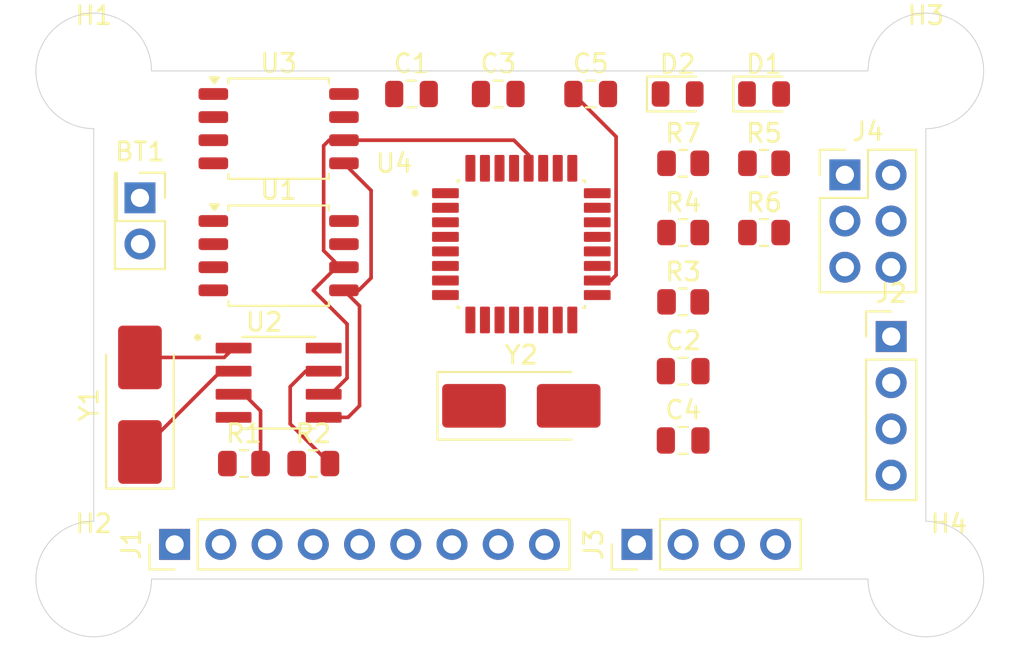
<source format=kicad_pcb>
(kicad_pcb (version 20241229) (generator "pcbnew") (generator_version "9.0")
  (title_block (title "MCU DATALOGGER WITH CLOCK & MEMORY") (date "2025-09-28") (rev "1") (company "CRESENCIO, JESIER S.") (comment 1 "ELECTRONICS ENGINEERING DEPARTMENT ") (comment 2 "COLLEGE OF ENGINEERING") (comment 3 "BSECE 1C") (comment 4 "TECHNOLOGICAL UNIVERSITY OF THE PHILIPPINES"))
  (layers (0 "F.Cu" signal) (2 "B.Cu" signal) (13 "F.Paste" user) (15 "B.Paste" user) (5 "F.SilkS" user "F.Silkscreen") (7 "B.SilkS" user "B.Silkscreen") (1 "F.Mask" user) (3 "B.Mask" user) (25 "Edge.Cuts" user))
  (property "MCU Datalogger" "MCU Datalogger with memory and clock")
  (net 0 "")
  (net 1 "GND")
  (net 2 "Net-(BT1-+)")
  (net 3 "/Vcc")
  (net 4 "Net-(U4-PB6)")
  (net 5 "Net-(U4-PB7)")
  (net 6 "Net-(U4-AREF)")
  (net 7 "Net-(D1-K)")
  (net 8 "/SCK")
  (net 9 "Net-(D2-K)")
  (net 10 "/D3")
  (net 11 "/D5")
  (net 12 "/D2")
  (net 13 "/D6")
  (net 14 "/D8")
  (net 15 "/D4")
  (net 16 "/D7")
  (net 17 "/SDA")
  (net 18 "/RX")
  (net 19 "/TX")
  (net 20 "/RESET")
  (net 21 "/MOSI")
  (net 22 "/MISO")
  (net 23 "Net-(U2-~{INTA})")
  (net 24 "Net-(U2-SQW{slash}~INT)")
  (net 25 "Net-(U2-X1)")
  (net 26 "Net-(U2-X2)")
  (footprint "LED_SMD:LED_0805_2012Metric" (layer "F.Cu") (at 125.73 59.69)
    (property "Reference" "D1" (at 0 -1.65 0) (layer "F.SilkS"))
    (property "Value" "LED")
    (fp_line (start -1.685 -0.96) (end -1.685 0.96) (stroke (width 0.12)) (layer "F.SilkS"))
    (fp_line (start -1.685 0.96) (end 1 0.96) (stroke (width 0.12)) (layer "F.SilkS"))
    (fp_line (start 1 -0.96) (end -1.685 -0.96) (stroke (width 0.12)) (layer "F.SilkS"))
    (pad "1" smd roundrect (at -0.9375 0) (size 0.975 1.4) (layers "F.Cu" "F.Mask" "F.Paste") (net 7 "Net-(D1-K)"))
    (pad "2" smd roundrect (at 0.9375 0) (size 0.975 1.4) (layers "F.Cu" "F.Mask" "F.Paste") (net 8 "/SCK"))
  )
  (footprint "Crystal:Crystal_SMD_5032-2Pin_5.0x3.2mm_HandSoldering" (layer "F.Cu") (at 112.395 76.835)
    (property "Reference" "Y2" (at 0 -2.8 0) (layer "F.SilkS"))
    (property "Value" "16MHz")
    (fp_line (start -4.61 -1.86) (end -4.61 1.86) (stroke (width 0.12)) (layer "F.SilkS"))
    (fp_line (start -4.61 1.86) (end 2.76 1.86) (stroke (width 0.12)) (layer "F.SilkS"))
    (fp_line (start 2.76 -1.86) (end -4.61 -1.86) (stroke (width 0.12)) (layer "F.SilkS"))
    (pad "1" smd roundrect (at -2.6 0) (size 3.5 2.4) (layers "F.Cu" "F.Mask" "F.Paste") (roundrect_rratio 0.104167) (net 5 "Net-(U4-PB7)"))
    (pad "2" smd roundrect (at 2.6 0) (size 3.5 2.4) (layers "F.Cu" "F.Mask" "F.Paste") (roundrect_rratio 0.104167) (net 4 "Net-(U4-PB6)"))
  )
  (footprint "Capacitor_SMD:C_0805_2012Metric" (layer "F.Cu") (at 111.125 59.69)
    (property "Reference" "C3" (at 0 -1.68 0) (layer "F.SilkS"))
    (property "Value" "22pF")
    (fp_line (start -0.261252 -0.735) (end 0.261252 -0.735) (stroke (width 0.12)) (layer "F.SilkS"))
    (fp_line (start -0.261252 0.735) (end 0.261252 0.735) (stroke (width 0.12)) (layer "F.SilkS"))
    (pad "1" smd roundrect (at -0.95 0) (size 1 1.45) (layers "F.Cu" "F.Mask" "F.Paste") (net 5 "Net-(U4-PB7)"))
    (pad "2" smd roundrect (at 0.95 0) (size 1 1.45) (layers "F.Cu" "F.Mask" "F.Paste") (net 1 "GND"))
  )
  (footprint "Capacitor_SMD:C_0805_2012Metric" (layer "F.Cu") (at 106.36 59.69)
    (property "Reference" "C1" (at 0 -1.68 0) (layer "F.SilkS"))
    (property "Value" "0.1uF")
    (fp_line (start -0.261252 -0.735) (end 0.261252 -0.735) (stroke (width 0.12)) (layer "F.SilkS"))
    (fp_line (start -0.261252 0.735) (end 0.261252 0.735) (stroke (width 0.12)) (layer "F.SilkS"))
    (pad "1" smd roundrect (at -0.95 0) (size 1 1.45) (layers "F.Cu" "F.Mask" "F.Paste") (net 3 "/Vcc"))
    (pad "2" smd roundrect (at 0.95 0) (size 1 1.45) (layers "F.Cu" "F.Mask" "F.Paste") (net 1 "GND"))
  )
  (footprint "Resistor_SMD:R_0805_2012Metric" (layer "F.Cu") (at 125.73 67.31)
    (property "Reference" "R6" (at 0 -1.65 0) (layer "F.SilkS"))
    (property "Value" "10K")
    (fp_line (start -0.227064 -0.735) (end 0.227064 -0.735) (stroke (width 0.12)) (layer "F.SilkS"))
    (fp_line (start -0.227064 0.735) (end 0.227064 0.735) (stroke (width 0.12)) (layer "F.SilkS"))
    (pad "1" smd roundrect (at -0.9125 0) (size 1.025 1.4) (layers "F.Cu" "F.Mask" "F.Paste") (roundrect_rratio 0.243902) (net 3 "/Vcc"))
    (pad "2" smd roundrect (at 0.9125 0) (size 1.025 1.4) (layers "F.Cu" "F.Mask" "F.Paste") (roundrect_rratio 0.243902) (net 20 "/RESET"))
  )
  (footprint "FOOTPRINTS:DS13375+" (layer "F.Cu") (at 99.06 75.565)
    (property "Reference" "U2" (at -0.795 -3.332 0) (layer "F.SilkS"))
    (property "Value" "DS1337S_")
    (fp_line (start -2 -2.52) (end 2 -2.52) (stroke (width 0.127)) (layer "F.SilkS"))
    (fp_line (start -2 2.52) (end 2 2.52) (stroke (width 0.127)) (layer "F.SilkS"))
    (fp_circle (center -4.445 -2.495) (end -4.345 -2.495) (stroke (width 0.2)) (fill no) (layer "F.SilkS"))
    (pad "1" smd roundrect (at -2.475 -1.905) (size 1.97 0.59) (layers "F.Cu" "F.Mask" "F.Paste") (roundrect_rratio 0.125) (net 25 "Net-(U2-X1)"))
    (pad "2" smd roundrect (at -2.475 -0.635) (size 1.97 0.59) (layers "F.Cu" "F.Mask" "F.Paste") (roundrect_rratio 0.125) (net 26 "Net-(U2-X2)"))
    (pad "3" smd roundrect (at -2.475 0.635) (size 1.97 0.59) (layers "F.Cu" "F.Mask" "F.Paste") (roundrect_rratio 0.125) (net 23 "Net-(U2-~{INTA})"))
    (pad "4" smd roundrect (at -2.475 1.905) (size 1.97 0.59) (layers "F.Cu" "F.Mask" "F.Paste") (roundrect_rratio 0.125) (net 1 "GND"))
    (pad "5" smd roundrect (at 2.475 1.905) (size 1.97 0.59) (layers "F.Cu" "F.Mask" "F.Paste") (roundrect_rratio 0.125) (net 17 "/SDA"))
    (pad "6" smd roundrect (at 2.475 0.635) (size 1.97 0.59) (layers "F.Cu" "F.Mask" "F.Paste") (roundrect_rratio 0.125) (net 8 "/SCK"))
    (pad "7" smd roundrect (at 2.475 -0.635) (size 1.97 0.59) (layers "F.Cu" "F.Mask" "F.Paste") (roundrect_rratio 0.125) (net 24 "Net-(U2-SQW{slash}~INT)"))
    (pad "8" smd roundrect (at 2.475 -1.905) (size 1.97 0.59) (layers "F.Cu" "F.Mask" "F.Paste") (roundrect_rratio 0.125) (net 3 "/Vcc"))
  )
  (footprint "Connector_PinHeader_2.54mm:PinHeader_2x01_P2.54mm_Vertical" (layer "F.Cu") (at 91.44 65.4 -90)
    (property "Reference" "BT1" (at -2.535 0 0) (layer "F.SilkS"))
    (property "Value" "Battery")
    (fp_line (start -1.38 1.38) (end 3.92 1.38) (stroke (width 0.12)) (layer "F.SilkS"))
    (fp_line (start -1.38 1.27) (end -1.38 1.38) (stroke (width 0.12)) (layer "F.SilkS"))
    (fp_line (start -1.38 1.27) (end 1.27 1.27) (stroke (width 0.12)) (layer "F.SilkS"))
    (fp_line (start 1.27 1.27) (end 1.27 -1.38) (stroke (width 0.12)) (layer "F.SilkS"))
    (fp_line (start -1.38 0) (end -1.38 -1.38) (stroke (width 0.12)) (layer "F.SilkS"))
    (fp_line (start -1.38 -1.38) (end 0 -1.38) (stroke (width 0.12)) (layer "F.SilkS"))
    (fp_line (start 1.27 -1.38) (end 3.92 -1.38) (stroke (width 0.12)) (layer "F.SilkS"))
    (fp_line (start 3.92 -1.38) (end 3.92 1.38) (stroke (width 0.12)) (layer "F.SilkS"))
    (pad "1" thru_hole rect (at 0 0 270) (size 1.7 1.7) (drill 1) (layers "*.Cu" "*.Mask") (net 2 "Net-(BT1-+)"))
    (pad "2" thru_hole circle (at 2.54 0 270) (size 1.7 1.7) (drill 1) (layers "*.Cu" "*.Mask") (net 1 "GND"))
  )
  (footprint "Resistor_SMD:R_0805_2012Metric" (layer "F.Cu") (at 125.73 63.5)
    (property "Reference" "R5" (at 0 -1.65 0) (layer "F.SilkS"))
    (property "Value" "330")
    (fp_line (start -0.227064 -0.735) (end 0.227064 -0.735) (stroke (width 0.12)) (layer "F.SilkS"))
    (fp_line (start -0.227064 0.735) (end 0.227064 0.735) (stroke (width 0.12)) (layer "F.SilkS"))
    (pad "1" smd roundrect (at -0.9125 0) (size 1.025 1.4) (layers "F.Cu" "F.Mask" "F.Paste") (roundrect_rratio 0.243902) (net 1 "GND"))
    (pad "2" smd roundrect (at 0.9125 0) (size 1.025 1.4) (layers "F.Cu" "F.Mask" "F.Paste") (roundrect_rratio 0.243902) (net 7 "Net-(D1-K)"))
  )
  (footprint "Package_SO:SOIC-8_5.3x5.3mm_P1.27mm" (layer "F.Cu") (at 99.06 61.595)
    (property "Reference" "U3" (at 0 -3.6 0) (layer "F.SilkS"))
    (property "Value" "24LC1025")
    (fp_line (start -2.76 -2.76) (end -2.76 -2.49) (stroke (width 0.12)) (layer "F.SilkS"))
    (fp_line (start -2.76 2.76) (end -2.76 2.49) (stroke (width 0.12)) (layer "F.SilkS"))
    (fp_line (start 0 -2.76) (end -2.76 -2.76) (stroke (width 0.12)) (layer "F.SilkS"))
    (fp_line (start 0 -2.76) (end 2.76 -2.76) (stroke (width 0.12)) (layer "F.SilkS"))
    (fp_line (start 0 2.76) (end -2.76 2.76) (stroke (width 0.12)) (layer "F.SilkS"))
    (fp_line (start 0 2.76) (end 2.76 2.76) (stroke (width 0.12)) (layer "F.SilkS"))
    (fp_line (start 2.76 -2.76) (end 2.76 -2.49) (stroke (width 0.12)) (layer "F.SilkS"))
    (fp_line (start 2.76 2.76) (end 2.76 2.49) (stroke (width 0.12)) (layer "F.SilkS"))
    (fp_poly (pts (xy -3.525 -2.49) (xy -3.765 -2.82) (xy -3.285 -2.82)) (stroke (width 0.12)) (fill yes) (layer "F.SilkS"))
    (pad "1" smd roundrect (at -3.5875 -1.905) (size 1.625 0.65) (layers "F.Cu" "F.Mask" "F.Paste") (net 3 "/Vcc"))
    (pad "2" smd roundrect (at -3.5875 -0.635) (size 1.625 0.65) (layers "F.Cu" "F.Mask" "F.Paste") (net 1 "GND"))
    (pad "3" smd roundrect (at -3.5875 0.635) (size 1.625 0.65) (layers "F.Cu" "F.Mask" "F.Paste") (net 3 "/Vcc"))
    (pad "4" smd roundrect (at -3.5875 1.905) (size 1.625 0.65) (layers "F.Cu" "F.Mask" "F.Paste") (net 1 "GND"))
    (pad "5" smd roundrect (at 3.5875 1.905) (size 1.625 0.65) (layers "F.Cu" "F.Mask" "F.Paste") (net 17 "/SDA"))
    (pad "6" smd roundrect (at 3.5875 0.635) (size 1.625 0.65) (layers "F.Cu" "F.Mask" "F.Paste") (net 8 "/SCK"))
    (pad "7" smd roundrect (at 3.5875 -0.635) (size 1.625 0.65) (layers "F.Cu" "F.Mask" "F.Paste") (net 1 "GND"))
    (pad "8" smd roundrect (at 3.5875 -1.905) (size 1.625 0.65) (layers "F.Cu" "F.Mask" "F.Paste") (net 3 "/Vcc"))
  )
  (footprint "Resistor_SMD:R_0805_2012Metric" (layer "F.Cu") (at 121.285 67.31)
    (property "Reference" "R4" (at 0 -1.65 0) (layer "F.SilkS"))
    (property "Value" "4.7K")
    (fp_line (start -0.227064 -0.735) (end 0.227064 -0.735) (stroke (width 0.12)) (layer "F.SilkS"))
    (fp_line (start -0.227064 0.735) (end 0.227064 0.735) (stroke (width 0.12)) (layer "F.SilkS"))
    (pad "1" smd roundrect (at -0.9125 0) (size 1.025 1.4) (layers "F.Cu" "F.Mask" "F.Paste") (roundrect_rratio 0.243902) (net 3 "/Vcc"))
    (pad "2" smd roundrect (at 0.9125 0) (size 1.025 1.4) (layers "F.Cu" "F.Mask" "F.Paste") (roundrect_rratio 0.243902) (net 17 "/SDA"))
  )
  (footprint "MountingHole:MountingHole_2.1mm" (layer "F.Cu") (at 134.62 58.42)
    (property "Reference" "H3" (at 0 -3.05 0) (layer "F.SilkS"))
    (property "Value" "MountingHole")
    (pad "" np_thru_hole circle (at 0 0) (size 2.1 2.1) (drill 2.1) (layers "*.Cu" "*.Mask"))
  )
  (footprint "LED_SMD:LED_0805_2012Metric" (layer "F.Cu") (at 120.9825 59.69)
    (property "Reference" "D2" (at 0 -1.65 0) (layer "F.SilkS"))
    (property "Value" "LED")
    (fp_line (start -1.685 -0.96) (end -1.685 0.96) (stroke (width 0.12)) (layer "F.SilkS"))
    (fp_line (start -1.685 0.96) (end 1 0.96) (stroke (width 0.12)) (layer "F.SilkS"))
    (fp_line (start 1 -0.96) (end -1.685 -0.96) (stroke (width 0.12)) (layer "F.SilkS"))
    (pad "1" smd roundrect (at -0.9375 0) (size 0.975 1.4) (layers "F.Cu" "F.Mask" "F.Paste") (net 9 "Net-(D2-K)"))
    (pad "2" smd roundrect (at 0.9375 0) (size 0.975 1.4) (layers "F.Cu" "F.Mask" "F.Paste") (net 2 "Net-(BT1-+)"))
  )
  (footprint "Package_SO:SOIC-8_5.3x5.3mm_P1.27mm" (layer "F.Cu") (at 99.06 68.58)
    (property "Reference" "U1" (at 0 -3.6 0) (layer "F.SilkS"))
    (property "Value" "24LC1025")
    (fp_line (start -2.76 -2.76) (end -2.76 -2.49) (stroke (width 0.12)) (layer "F.SilkS"))
    (fp_line (start -2.76 2.76) (end -2.76 2.49) (stroke (width 0.12)) (layer "F.SilkS"))
    (fp_line (start 0 -2.76) (end -2.76 -2.76) (stroke (width 0.12)) (layer "F.SilkS"))
    (fp_line (start 0 -2.76) (end 2.76 -2.76) (stroke (width 0.12)) (layer "F.SilkS"))
    (fp_line (start 0 2.76) (end -2.76 2.76) (stroke (width 0.12)) (layer "F.SilkS"))
    (fp_line (start 0 2.76) (end 2.76 2.76) (stroke (width 0.12)) (layer "F.SilkS"))
    (fp_line (start 2.76 -2.76) (end 2.76 -2.49) (stroke (width 0.12)) (layer "F.SilkS"))
    (fp_line (start 2.76 2.76) (end 2.76 2.49) (stroke (width 0.12)) (layer "F.SilkS"))
    (fp_poly (pts (xy -3.525 -2.49) (xy -3.765 -2.82) (xy -3.285 -2.82)) (stroke (width 0.12)) (fill yes) (layer "F.SilkS"))
    (pad "1" smd roundrect (at -3.5875 -1.905) (size 1.625 0.65) (layers "F.Cu" "F.Mask" "F.Paste") (net 3 "/Vcc"))
    (pad "2" smd roundrect (at -3.5875 -0.635) (size 1.625 0.65) (layers "F.Cu" "F.Mask" "F.Paste") (net 3 "/Vcc"))
    (pad "3" smd roundrect (at -3.5875 0.635) (size 1.625 0.65) (layers "F.Cu" "F.Mask" "F.Paste") (net 3 "/Vcc"))
    (pad "4" smd roundrect (at -3.5875 1.905) (size 1.625 0.65) (layers "F.Cu" "F.Mask" "F.Paste") (net 1 "GND"))
    (pad "5" smd roundrect (at 3.5875 1.905) (size 1.625 0.65) (layers "F.Cu" "F.Mask" "F.Paste") (net 17 "/SDA"))
    (pad "6" smd roundrect (at 3.5875 0.635) (size 1.625 0.65) (layers "F.Cu" "F.Mask" "F.Paste") (net 8 "/SCK"))
    (pad "7" smd roundrect (at 3.5875 -0.635) (size 1.625 0.65) (layers "F.Cu" "F.Mask" "F.Paste") (net 1 "GND"))
    (pad "8" smd roundrect (at 3.5875 -1.905) (size 1.625 0.65) (layers "F.Cu" "F.Mask" "F.Paste") (net 3 "/Vcc"))
  )
  (footprint "Resistor_SMD:R_0805_2012Metric" (layer "F.Cu") (at 121.285 71.12)
    (property "Reference" "R3" (at 0 -1.65 0) (layer "F.SilkS"))
    (property "Value" "4.7K")
    (fp_line (start -0.227064 -0.735) (end 0.227064 -0.735) (stroke (width 0.12)) (layer "F.SilkS"))
    (fp_line (start -0.227064 0.735) (end 0.227064 0.735) (stroke (width 0.12)) (layer "F.SilkS"))
    (pad "1" smd roundrect (at -0.9125 0) (size 1.025 1.4) (layers "F.Cu" "F.Mask" "F.Paste") (roundrect_rratio 0.243902) (net 3 "/Vcc"))
    (pad "2" smd roundrect (at 0.9125 0) (size 1.025 1.4) (layers "F.Cu" "F.Mask" "F.Paste") (roundrect_rratio 0.243902) (net 8 "/SCK"))
  )
  (footprint "Connector_PinHeader_2.54mm:PinHeader_2x03_P2.54mm_Vertical" (layer "F.Cu") (at 130.17 64.135)
    (property "Reference" "J4" (at 1.27 -2.38 0) (layer "F.SilkS"))
    (property "Value" "Conn_02x03_Odd_Even")
    (fp_line (start -1.38 -1.38) (end 0 -1.38) (stroke (width 0.12)) (layer "F.SilkS"))
    (fp_line (start -1.38 0) (end -1.38 -1.38) (stroke (width 0.12)) (layer "F.SilkS"))
    (fp_line (start -1.38 1.27) (end -1.38 6.46) (stroke (width 0.12)) (layer "F.SilkS"))
    (fp_line (start -1.38 1.27) (end 1.27 1.27) (stroke (width 0.12)) (layer "F.SilkS"))
    (fp_line (start -1.38 6.46) (end 3.92 6.46) (stroke (width 0.12)) (layer "F.SilkS"))
    (fp_line (start 1.27 -1.38) (end 3.92 -1.38) (stroke (width 0.12)) (layer "F.SilkS"))
    (fp_line (start 1.27 1.27) (end 1.27 -1.38) (stroke (width 0.12)) (layer "F.SilkS"))
    (fp_line (start 3.92 -1.38) (end 3.92 6.46) (stroke (width 0.12)) (layer "F.SilkS"))
    (pad "1" thru_hole rect (at 0 0) (size 1.7 1.7) (drill 1) (layers "*.Cu" "*.Mask") (net 22 "/MISO"))
    (pad "2" thru_hole circle (at 2.54 0) (size 1.7 1.7) (drill 1) (layers "*.Cu" "*.Mask") (net 3 "/Vcc"))
    (pad "3" thru_hole circle (at 0 2.54) (size 1.7 1.7) (drill 1) (layers "*.Cu" "*.Mask") (net 8 "/SCK"))
    (pad "4" thru_hole circle (at 2.54 2.54) (size 1.7 1.7) (drill 1) (layers "*.Cu" "*.Mask") (net 21 "/MOSI"))
    (pad "5" thru_hole circle (at 0 5.08) (size 1.7 1.7) (drill 1) (layers "*.Cu" "*.Mask") (net 20 "/RESET"))
    (pad "6" thru_hole circle (at 2.54 5.08) (size 1.7 1.7) (drill 1) (layers "*.Cu" "*.Mask") (net 1 "GND"))
  )
  (footprint "Capacitor_SMD:C_0805_2012Metric" (layer "F.Cu") (at 121.285 74.93)
    (property "Reference" "C2" (at 0 -1.68 0) (layer "F.SilkS"))
    (property "Value" "22pF")
    (fp_line (start -0.261252 -0.735) (end 0.261252 -0.735) (stroke (width 0.12)) (layer "F.SilkS"))
    (fp_line (start -0.261252 0.735) (end 0.261252 0.735) (stroke (width 0.12)) (layer "F.SilkS"))
    (pad "1" smd roundrect (at -0.95 0) (size 1 1.45) (layers "F.Cu" "F.Mask" "F.Paste") (net 4 "Net-(U4-PB6)"))
    (pad "2" smd roundrect (at 0.95 0) (size 1 1.45) (layers "F.Cu" "F.Mask" "F.Paste") (net 1 "GND"))
  )
  (footprint "Capacitor_SMD:C_0805_2012Metric" (layer "F.Cu") (at 121.285 78.74)
    (property "Reference" "C4" (at 0 -1.68 0) (layer "F.SilkS"))
    (property "Value" "0.1uF")
    (fp_line (start -0.261252 -0.735) (end 0.261252 -0.735) (stroke (width 0.12)) (layer "F.SilkS"))
    (fp_line (start -0.261252 0.735) (end 0.261252 0.735) (stroke (width 0.12)) (layer "F.SilkS"))
    (pad "1" smd roundrect (at -0.95 0) (size 1 1.45) (layers "F.Cu" "F.Mask" "F.Paste") (net 1 "GND"))
    (pad "2" smd roundrect (at 0.95 0) (size 1 1.45) (layers "F.Cu" "F.Mask" "F.Paste") (net 6 "Net-(U4-AREF)"))
  )
  (footprint "Connector_PinHeader_2.54mm:PinHeader_1x09_P2.54mm_Vertical" (layer "F.Cu") (at 93.345 84.455 90)
    (property "Reference" "J1" (at 0 -2.38 90) (layer "F.SilkS"))
    (property "Value" "Conn_01x09_Pin")
    (fp_line (start -1.38 -1.38) (end 0 -1.38) (stroke (width 0.12)) (layer "F.SilkS"))
    (fp_line (start -1.38 0) (end -1.38 -1.38) (stroke (width 0.12)) (layer "F.SilkS"))
    (fp_line (start 1.38 1.27) (end 1.38 21.7) (stroke (width 0.12)) (layer "F.SilkS"))
    (fp_line (start -1.38 1.27) (end 1.38 1.27) (stroke (width 0.12)) (layer "F.SilkS"))
    (fp_line (start -1.38 1.27) (end -1.38 21.7) (stroke (width 0.12)) (layer "F.SilkS"))
    (fp_line (start -1.38 21.7) (end 1.38 21.7) (stroke (width 0.12)) (layer "F.SilkS"))
    (pad "1" thru_hole rect (at 0 0 90) (size 1.7 1.7) (drill 1) (layers "*.Cu" "*.Mask") (net 12 "/D2"))
    (pad "2" thru_hole circle (at 0 2.54 90) (size 1.7 1.7) (drill 1) (layers "*.Cu" "*.Mask") (net 10 "/D3"))
    (pad "3" thru_hole circle (at 0 5.08 90) (size 1.7 1.7) (drill 1) (layers "*.Cu" "*.Mask") (net 15 "/D4"))
    (pad "4" thru_hole circle (at 0 7.62 90) (size 1.7 1.7) (drill 1) (layers "*.Cu" "*.Mask") (net 11 "/D5"))
    (pad "5" thru_hole circle (at 0 10.16 90) (size 1.7 1.7) (drill 1) (layers "*.Cu" "*.Mask") (net 13 "/D6"))
    (pad "6" thru_hole circle (at 0 12.7 90) (size 1.7 1.7) (drill 1) (layers "*.Cu" "*.Mask") (net 16 "/D7"))
    (pad "7" thru_hole circle (at 0 15.24 90) (size 1.7 1.7) (drill 1) (layers "*.Cu" "*.Mask") (net 14 "/D8"))
    (pad "8" thru_hole circle (at 0 17.78 90) (size 1.7 1.7) (drill 1) (layers "*.Cu" "*.Mask") (net 1 "GND"))
    (pad "9" thru_hole circle (at 0 20.32 90) (size 1.7 1.7) (drill 1) (layers "*.Cu" "*.Mask") (net 3 "/Vcc"))
  )
  (footprint "Resistor_SMD:R_0805_2012Metric" (layer "F.Cu") (at 121.285 63.5)
    (property "Reference" "R7" (at 0 -1.65 0) (layer "F.SilkS"))
    (property "Value" "330")
    (fp_line (start -0.227064 -0.735) (end 0.227064 -0.735) (stroke (width 0.12)) (layer "F.SilkS"))
    (fp_line (start -0.227064 0.735) (end 0.227064 0.735) (stroke (width 0.12)) (layer "F.SilkS"))
    (pad "1" smd roundrect (at -0.9125 0) (size 1.025 1.4) (layers "F.Cu" "F.Mask" "F.Paste") (roundrect_rratio 0.243902) (net 9 "Net-(D2-K)"))
    (pad "2" smd roundrect (at 0.9125 0) (size 1.025 1.4) (layers "F.Cu" "F.Mask" "F.Paste") (roundrect_rratio 0.243902) (net 1 "GND"))
  )
  (footprint "Capacitor_SMD:C_0805_2012Metric" (layer "F.Cu") (at 116.205 59.69)
    (property "Reference" "C5" (at 0 -1.68 0) (layer "F.SilkS"))
    (property "Value" "100nF")
    (fp_line (start -0.261252 -0.735) (end 0.261252 -0.735) (stroke (width 0.12)) (layer "F.SilkS"))
    (fp_line (start -0.261252 0.735) (end 0.261252 0.735) (stroke (width 0.12)) (layer "F.SilkS"))
    (pad "1" smd roundrect (at -0.95 0) (size 1 1.45) (layers "F.Cu" "F.Mask" "F.Paste") (net 2 "Net-(BT1-+)"))
    (pad "2" smd roundrect (at 0.95 0) (size 1 1.45) (layers "F.Cu" "F.Mask" "F.Paste") (net 1 "GND"))
  )
  (footprint "Crystal:Crystal_SMD_5032-2Pin_5.0x3.2mm_HandSoldering" (layer "F.Cu") (at 91.44 76.775 90)
    (property "Reference" "Y1" (at 0 -2.8 90) (layer "F.SilkS"))
    (property "Value" "32.768 KHz")
    (fp_line (start 2.76 -1.86) (end -4.61 -1.86) (stroke (width 0.12)) (layer "F.SilkS"))
    (fp_line (start -4.61 -1.86) (end -4.61 1.86) (stroke (width 0.12)) (layer "F.SilkS"))
    (fp_line (start -4.61 1.86) (end 2.76 1.86) (stroke (width 0.12)) (layer "F.SilkS"))
    (pad "1" smd roundrect (at -2.6 0 90) (size 3.5 2.4) (layers "F.Cu" "F.Mask" "F.Paste") (roundrect_rratio 0.104167) (net 26 "Net-(U2-X2)"))
    (pad "2" smd roundrect (at 2.6 0 90) (size 3.5 2.4) (layers "F.Cu" "F.Mask" "F.Paste") (roundrect_rratio 0.104167) (net 25 "Net-(U2-X1)"))
  )
  (footprint "MountingHole:MountingHole_2.1mm" (layer "F.Cu") (at 88.9 86.36)
    (property "Reference" "H2" (at 0 -3.05 0) (layer "F.SilkS"))
    (property "Value" "MountingHole")
    (pad "" np_thru_hole circle (at 0 0) (size 2.1 2.1) (drill 2.1) (layers "*.Cu" "*.Mask"))
  )
  (footprint "Resistor_SMD:R_0805_2012Metric" (layer "F.Cu") (at 97.155 80.01)
    (property "Reference" "R1" (at 0 -1.65 0) (layer "F.SilkS"))
    (property "Value" "10K")
    (fp_line (start -0.227064 -0.735) (end 0.227064 -0.735) (stroke (width 0.12)) (layer "F.SilkS"))
    (fp_line (start -0.227064 0.735) (end 0.227064 0.735) (stroke (width 0.12)) (layer "F.SilkS"))
    (pad "1" smd roundrect (at -0.9125 0) (size 1.025 1.4) (layers "F.Cu" "F.Mask" "F.Paste") (roundrect_rratio 0.243902) (net 3 "/Vcc"))
    (pad "2" smd roundrect (at 0.9125 0) (size 1.025 1.4) (layers "F.Cu" "F.Mask" "F.Paste") (roundrect_rratio 0.243902) (net 23 "Net-(U2-~{INTA})"))
  )
  (footprint "MountingHole:MountingHole_2.1mm" (layer "F.Cu") (at 134.62 86.36)
    (property "Reference" "H4" (at 1.27 -3.05 0) (layer "F.SilkS"))
    (property "Value" "MountingHole")
    (pad "" np_thru_hole circle (at 0 0) (size 2.1 2.1) (drill 2.1) (layers "*.Cu" "*.Mask"))
  )
  (footprint "Connector_PinHeader_2.54mm:PinHeader_1x04_P2.54mm_Vertical" (layer "F.Cu") (at 132.715 73.025)
    (property "Reference" "J2" (at 0 -2.38 0) (layer "F.SilkS"))
    (property "Value" "Conn_01x04_Pin")
    (fp_line (start -1.38 -1.38) (end 0 -1.38) (stroke (width 0.12)) (layer "F.SilkS"))
    (fp_line (start -1.38 0) (end -1.38 -1.38) (stroke (width 0.12)) (layer "F.SilkS"))
    (fp_line (start -1.38 1.27) (end -1.38 9) (stroke (width 0.12)) (layer "F.SilkS"))
    (fp_line (start -1.38 1.27) (end 1.38 1.27) (stroke (width 0.12)) (layer "F.SilkS"))
    (fp_line (start -1.38 9) (end 1.38 9) (stroke (width 0.12)) (layer "F.SilkS"))
    (fp_line (start 1.38 1.27) (end 1.38 9) (stroke (width 0.12)) (layer "F.SilkS"))
    (pad "1" thru_hole rect (at 0 0) (size 1.7 1.7) (drill 1) (layers "*.Cu" "*.Mask") (net 1 "GND"))
    (pad "2" thru_hole circle (at 0 2.54) (size 1.7 1.7) (drill 1) (layers "*.Cu" "*.Mask") (net 3 "/Vcc"))
    (pad "3" thru_hole circle (at 0 5.08) (size 1.7 1.7) (drill 1) (layers "*.Cu" "*.Mask") (net 17 "/SDA"))
    (pad "4" thru_hole circle (at 0 7.62) (size 1.7 1.7) (drill 1) (layers "*.Cu" "*.Mask") (net 8 "/SCK"))
  )
  (footprint "MountingHole:MountingHole_2.1mm" (layer "F.Cu") (at 88.9 58.42)
    (property "Reference" "H1" (at 0 -3.05 0) (layer "F.SilkS"))
    (property "Value" "MountingHole")
    (pad "" np_thru_hole circle (at 0 0) (size 2.1 2.1) (drill 2.1) (layers "*.Cu" "*.Mask"))
  )
  (footprint "Connector_PinHeader_2.54mm:PinHeader_1x04_P2.54mm_Vertical" (layer "F.Cu") (at 118.745 84.455 90)
    (property "Reference" "J3" (at 0 -2.38 90) (layer "F.SilkS"))
    (property "Value" "Conn_01x04_Pin")
    (fp_line (start -1.38 -1.38) (end 0 -1.38) (stroke (width 0.12)) (layer "F.SilkS"))
    (fp_line (start -1.38 0) (end -1.38 -1.38) (stroke (width 0.12)) (layer "F.SilkS"))
    (fp_line (start 1.38 1.27) (end 1.38 9) (stroke (width 0.12)) (layer "F.SilkS"))
    (fp_line (start -1.38 1.27) (end 1.38 1.27) (stroke (width 0.12)) (layer "F.SilkS"))
    (fp_line (start -1.38 1.27) (end -1.38 9) (stroke (width 0.12)) (layer "F.SilkS"))
    (fp_line (start -1.38 9) (end 1.38 9) (stroke (width 0.12)) (layer "F.SilkS"))
    (pad "1" thru_hole rect (at 0 0 90) (size 1.7 1.7) (drill 1) (layers "*.Cu" "*.Mask") (net 1 "GND"))
    (pad "2" thru_hole circle (at 0 2.54 90) (size 1.7 1.7) (drill 1) (layers "*.Cu" "*.Mask") (net 3 "/Vcc"))
    (pad "3" thru_hole circle (at 0 5.08 90) (size 1.7 1.7) (drill 1) (layers "*.Cu" "*.Mask") (net 18 "/RX"))
    (pad "4" thru_hole circle (at 0 7.62 90) (size 1.7 1.7) (drill 1) (layers "*.Cu" "*.Mask") (net 19 "/TX"))
  )
  (footprint "Resistor_SMD:R_0805_2012Metric" (layer "F.Cu") (at 100.965 80.01)
    (property "Reference" "R2" (at 0 -1.65 0) (layer "F.SilkS"))
    (property "Value" "10K")
    (fp_line (start -0.227064 -0.735) (end 0.227064 -0.735) (stroke (width 0.12)) (layer "F.SilkS"))
    (fp_line (start -0.227064 0.735) (end 0.227064 0.735) (stroke (width 0.12)) (layer "F.SilkS"))
    (pad "1" smd roundrect (at -0.9125 0) (size 1.025 1.4) (layers "F.Cu" "F.Mask" "F.Paste") (roundrect_rratio 0.243902) (net 3 "/Vcc"))
    (pad "2" smd roundrect (at 0.9125 0) (size 1.025 1.4) (layers "F.Cu" "F.Mask" "F.Paste") (roundrect_rratio 0.243902) (net 24 "Net-(U2-SQW{slash}~INT)"))
  )
  (footprint "FOOTPRINTS:ATMEGA" (layer "F.Cu") (at 112.395 67.945)
    (property "Reference" "U4" (at -6.985 -4.445 0) (layer "F.SilkS"))
    (property "Value" "ATMEGA328P-AU")
    (fp_line (start -3.5 -3.5) (end -3.5 -3.395) (stroke (width 0.127)) (layer "F.SilkS"))
    (fp_line (start -3.5 -3.5) (end -3.395 -3.5) (stroke (width 0.127)) (layer "F.SilkS"))
    (fp_line (start -3.5 3.5) (end -3.5 3.395) (stroke (width 0.127)) (layer "F.SilkS"))
    (fp_line (start -3.5 3.5) (end -3.395 3.5) (stroke (width 0.127)) (layer "F.SilkS"))
    (fp_line (start 3.5 -3.5) (end 3.395 -3.5) (stroke (width 0.127)) (layer "F.SilkS"))
    (fp_line (start 3.5 -3.5) (end 3.5 -3.395) (stroke (width 0.127)) (layer "F.SilkS"))
    (fp_line (start 3.5 3.5) (end 3.395 3.5) (stroke (width 0.127)) (layer "F.SilkS"))
    (fp_line (start 3.5 3.5) (end 3.5 3.395) (stroke (width 0.127)) (layer "F.SilkS"))
    (fp_circle (center -5.84 -2.8) (end -5.74 -2.8) (stroke (width 0.2)) (fill no) (layer "F.SilkS"))
    (pad "1" smd roundrect (at -4.17 -2.8) (size 1.47 0.55) (layers "F.Cu" "F.Mask" "F.Paste") (roundrect_rratio 0.125) (net 10 "/D3"))
    (pad "2" smd roundrect (at -4.17 -2) (size 1.47 0.55) (layers "F.Cu" "F.Mask" "F.Paste") (roundrect_rratio 0.125) (net 15 "/D4"))
    (pad "3" smd roundrect (at -4.17 -1.2) (size 1.47 0.55) (layers "F.Cu" "F.Mask" "F.Paste") (roundrect_rratio 0.125) (net 1 "GND"))
    (pad "4" smd roundrect (at -4.17 -0.4) (size 1.47 0.55) (layers "F.Cu" "F.Mask" "F.Paste") (roundrect_rratio 0.125) (net 2 "Net-(BT1-+)"))
    (pad "5" smd roundrect (at -4.17 0.4) (size 1.47 0.55) (layers "F.Cu" "F.Mask" "F.Paste") (roundrect_rratio 0.125) (net 1 "GND"))
    (pad "6" smd roundrect (at -4.17 1.2) (size 1.47 0.55) (layers "F.Cu" "F.Mask" "F.Paste") (roundrect_rratio 0.125))
    (pad "7" smd roundrect (at -4.17 2) (size 1.47 0.55) (layers "F.Cu" "F.Mask" "F.Paste") (roundrect_rratio 0.125) (net 4 "Net-(U4-PB6)"))
    (pad "8" smd roundrect (at -4.17 2.8) (size 1.47 0.55) (layers "F.Cu" "F.Mask" "F.Paste") (roundrect_rratio 0.125) (net 5 "Net-(U4-PB7)"))
    (pad "9" smd roundrect (at -2.8 4.17) (size 0.55 1.47) (layers "F.Cu" "F.Mask" "F.Paste") (roundrect_rratio 0.125) (net 11 "/D5"))
    (pad "10" smd roundrect (at -2 4.17) (size 0.55 1.47) (layers "F.Cu" "F.Mask" "F.Paste") (roundrect_rratio 0.125) (net 13 "/D6"))
    (pad "11" smd roundrect (at -1.2 4.17) (size 0.55 1.47) (layers "F.Cu" "F.Mask" "F.Paste") (roundrect_rratio 0.125) (net 16 "/D7"))
    (pad "12" smd roundrect (at -0.4 4.17) (size 0.55 1.47) (layers "F.Cu" "F.Mask" "F.Paste") (roundrect_rratio 0.125) (net 14 "/D8"))
    (pad "13" smd roundrect (at 0.4 4.17) (size 0.55 1.47) (layers "F.Cu" "F.Mask" "F.Paste") (roundrect_rratio 0.125))
    (pad "14" smd roundrect (at 1.2 4.17) (size 0.55 1.47) (layers "F.Cu" "F.Mask" "F.Paste") (roundrect_rratio 0.125))
    (pad "15" smd roundrect (at 2 4.17) (size 0.55 1.47) (layers "F.Cu" "F.Mask" "F.Paste") (roundrect_rratio 0.125) (net 21 "/MOSI"))
    (pad "16" smd roundrect (at 2.8 4.17) (size 0.55 1.47) (layers "F.Cu" "F.Mask" "F.Paste") (roundrect_rratio 0.125) (net 22 "/MISO"))
    (pad "17" smd roundrect (at 4.17 2.8) (size 1.47 0.55) (layers "F.Cu" "F.Mask" "F.Paste") (roundrect_rratio 0.125) (net 8 "/SCK"))
    (pad "18" smd roundrect (at 4.17 2) (size 1.47 0.55) (layers "F.Cu" "F.Mask" "F.Paste") (roundrect_rratio 0.125) (net 2 "Net-(BT1-+)"))
    (pad "19" smd roundrect (at 4.17 1.2) (size 1.47 0.55) (layers "F.Cu" "F.Mask" "F.Paste") (roundrect_rratio 0.125))
    (pad "20" smd roundrect (at 4.17 0.4) (size 1.47 0.55) (layers "F.Cu" "F.Mask" "F.Paste") (roundrect_rratio 0.125) (net 6 "Net-(U4-AREF)"))
    (pad "21" smd roundrect (at 4.17 -0.4) (size 1.47 0.55) (layers "F.Cu" "F.Mask" "F.Paste") (roundrect_rratio 0.125) (net 1 "GND"))
    (pad "22" smd roundrect (at 4.17 -1.2) (size 1.47 0.55) (layers "F.Cu" "F.Mask" "F.Paste") (roundrect_rratio 0.125))
    (pad "23" smd roundrect (at 4.17 -2) (size 1.47 0.55) (layers "F.Cu" "F.Mask" "F.Paste") (roundrect_rratio 0.125))
    (pad "24" smd roundrect (at 4.17 -2.8) (size 1.47 0.55) (layers "F.Cu" "F.Mask" "F.Paste") (roundrect_rratio 0.125))
    (pad "25" smd roundrect (at 2.8 -4.17) (size 0.55 1.47) (layers "F.Cu" "F.Mask" "F.Paste") (roundrect_rratio 0.125))
    (pad "26" smd roundrect (at 2 -4.17) (size 0.55 1.47) (layers "F.Cu" "F.Mask" "F.Paste") (roundrect_rratio 0.125))
    (pad "27" smd roundrect (at 1.2 -4.17) (size 0.55 1.47) (layers "F.Cu" "F.Mask" "F.Paste") (roundrect_rratio 0.125) (net 17 "/SDA"))
    (pad "28" smd roundrect (at 0.4 -4.17) (size 0.55 1.47) (layers "F.Cu" "F.Mask" "F.Paste") (roundrect_rratio 0.125) (net 8 "/SCK"))
    (pad "29" smd roundrect (at -0.4 -4.17) (size 0.55 1.47) (layers "F.Cu" "F.Mask" "F.Paste") (roundrect_rratio 0.125) (net 20 "/RESET"))
    (pad "30" smd roundrect (at -1.2 -4.17) (size 0.55 1.47) (layers "F.Cu" "F.Mask" "F.Paste") (roundrect_rratio 0.125) (net 18 "/RX"))
    (pad "31" smd roundrect (at -2 -4.17) (size 0.55 1.47) (layers "F.Cu" "F.Mask" "F.Paste") (roundrect_rratio 0.125) (net 19 "/TX"))
    (pad "32" smd roundrect (at -2.8 -4.17) (size 0.55 1.47) (layers "F.Cu" "F.Mask" "F.Paste") (roundrect_rratio 0.125) (net 12 "/D2"))
  )
  (gr_line (start 131.445 86.36) (end 92.075 86.36) (stroke (width 0.05)) (layer "Edge.Cuts"))
  (gr_arc (start 92.075 86.36) (mid 86.654936 88.605064) (end 88.9 83.185) (stroke (width 0.05)) (layer "Edge.Cuts"))
  (gr_line (start 134.62 83.185) (end 134.62 61.595) (stroke (width 0.05)) (layer "Edge.Cuts"))
  (gr_line (start 92.075 58.42) (end 131.445 58.42) (stroke (width 0.05)) (layer "Edge.Cuts"))
  (gr_arc (start 131.445 58.42) (mid 136.865064 56.174936) (end 134.62 61.595) (stroke (width 0.05)) (layer "Edge.Cuts"))
  (gr_arc (start 134.62 83.185) (mid 136.865064 88.605064) (end 131.445 86.36) (stroke (width 0.05)) (layer "Edge.Cuts"))
  (gr_arc (start 134.62 58.42) (mid 134.62 58.42) (end 134.62 58.42) (stroke (width 0.05)) (layer "Edge.Cuts"))
  (gr_arc (start 88.9 61.595) (mid 86.654936 56.174936) (end 92.075 58.42) (stroke (width 0.05)) (layer "Edge.Cuts"))
  (gr_line (start 88.9 83.185) (end 88.9 61.595) (stroke (width 0.05)) (layer "Edge.Cuts"))
  (gr_arc (start 134.62 58.42) (mid 134.62 58.42) (end 134.62 58.42) (stroke (width 0.05)) (layer "Edge.Cuts"))
  (segment (start 117.3 69.945) (end 117.601 69.644) (width 0.2) (layer "F.Cu") (net 2))
  (segment (start 117.601 69.644) (end 117.601 62.036) (width 0.2) (layer "F.Cu") (net 2))
  (segment (start 116.565 69.945) (end 117.3 69.945) (width 0.2) (layer "F.Cu") (net 2))
  (segment (start 115.967688 69.945) (end 116.565 69.945) (width 0.2) (layer "F.Cu") (net 2))
  (segment (start 107.627688 67.545) (end 108.225 67.545) (width 0.2) (layer "F.Cu") (net 2))
  (segment (start 117.601 62.036) (end 115.255 59.69) (width 0.2) (layer "F.Cu") (net 2))
  (segment (start 101.835001 62.23) (end 102.6475 62.23) (width 0.2) (layer "F.Cu") (net 8))
  (segment (start 102.821 75.30852) (end 102.821 72.341) (width 0.2) (layer "F.Cu") (net 8))
  (segment (start 101.535 76.2) (end 101.92952 76.2) (width 0.2) (layer "F.Cu") (net 8))
  (segment (start 112.795 63.04) (end 112.795 63.775) (width 0.2) (layer "F.Cu") (net 8))
  (segment (start 101.92952 76.2) (end 102.821 75.30852) (width 0.2) (layer "F.Cu") (net 8))
  (segment (start 102.821 72.341) (end 100.965 70.485) (width 0.2) (layer "F.Cu") (net 8))
  (segment (start 101.534 62.531001) (end 101.835001 62.23) (width 0.2) (layer "F.Cu") (net 8))
  (segment (start 102.6475 62.23) (end 111.985 62.23) (width 0.2) (layer "F.Cu") (net 8))
  (segment (start 102.44501 69.215) (end 101.534 68.30399) (width 0.2) (layer "F.Cu") (net 8))
  (segment (start 102.6475 69.215) (end 102.44501 69.215) (width 0.2) (layer "F.Cu") (net 8))
  (segment (start 102.235 69.215) (end 102.6475 69.215) (width 0.2) (layer "F.Cu") (net 8))
  (segment (start 101.534 68.30399) (end 101.534 62.531001) (width 0.2) (layer "F.Cu") (net 8))
  (segment (start 100.965 70.485) (end 102.235 69.215) (width 0.2) (layer "F.Cu") (net 8))
  (segment (start 111.985 62.23) (end 112.795 63.04) (width 0.2) (layer "F.Cu") (net 8))
  (segment (start 102.6475 70.485) (end 103.505 71.3425) (width 0.2) (layer "F.Cu") (net 17))
  (segment (start 102.6475 70.485) (end 103.459999 70.485) (width 0.2) (layer "F.Cu") (net 17))
  (segment (start 102.87 77.47) (end 101.535 77.47) (width 0.2) (layer "F.Cu") (net 17))
  (segment (start 104.14 69.804999) (end 104.14 64.9925) (width 0.2) (layer "F.Cu") (net 17))
  (segment (start 103.505 76.835) (end 102.87 77.47) (width 0.2) (layer "F.Cu") (net 17))
  (segment (start 103.459999 70.485) (end 104.14 69.804999) (width 0.2) (layer "F.Cu") (net 17))
  (segment (start 104.14 64.9925) (end 102.6475 63.5) (width 0.2) (layer "F.Cu") (net 17))
  (segment (start 103.505 71.3425) (end 103.505 76.835) (width 0.2) (layer "F.Cu") (net 17))
  (segment (start 96.585 76.2) (end 97.155 76.2) (width 0.2) (layer "F.Cu") (net 23))
  (segment (start 97.155 76.2) (end 98.0675 77.1125) (width 0.2) (layer "F.Cu") (net 23))
  (segment (start 98.0675 77.1125) (end 98.0675 80.01) (width 0.2) (layer "F.Cu") (net 23))
  (segment (start 101.535 74.93) (end 100.55 74.93) (width 0.2) (layer "F.Cu") (net 24))
  (segment (start 99.695 77.8275) (end 101.8775 80.01) (width 0.2) (layer "F.Cu") (net 24))
  (segment (start 100.55 74.93) (end 99.695 75.785) (width 0.2) (layer "F.Cu") (net 24))
  (segment (start 99.695 75.785) (end 99.695 77.8275) (width 0.2) (layer "F.Cu") (net 24))
  (segment (start 91.44 74.175) (end 96.07 74.175) (width 0.2) (layer "F.Cu") (net 25))
  (segment (start 96.07 74.175) (end 96.585 73.66) (width 0.2) (layer "F.Cu") (net 25))
  (segment (start 91.44 79.375) (end 95.885 74.93) (width 0.2) (layer "F.Cu") (net 26))
  (segment (start 95.885 74.93) (end 96.585 74.93) (width 0.2) (layer "F.Cu") (net 26))
)
</source>
